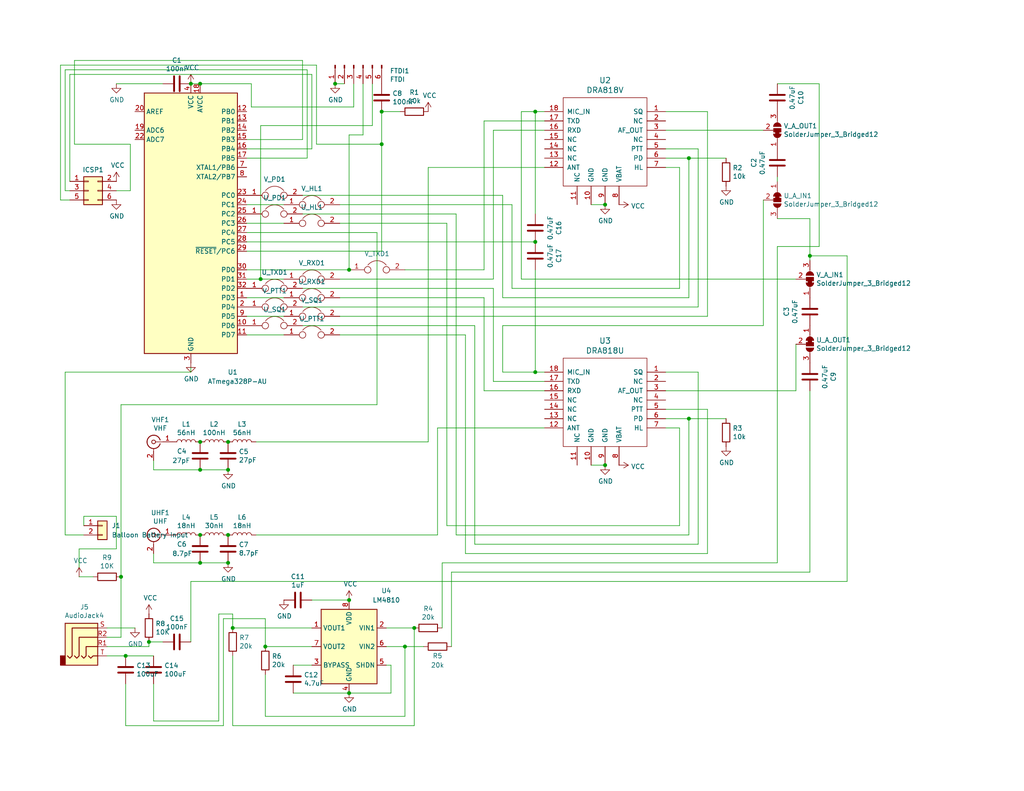
<source format=kicad_sch>
(kicad_sch (version 20250114) (generator "eeschema") (generator_version "9.0")
  (paper "USLetter")
  (lib_symbols
    (symbol "Amplifier_Audio:LM4810"
      (property "Reference" "U" (at -6.35 11.43 0))
      (property "Value" "LM4810" (at 5.08 11.43 0))
      (symbol "LM4810_0_1"
        (rectangle (start -7.62 10.16) (end 7.62 -10.16) (stroke (width 0.254)) (fill (type background)))
      )
      (symbol "LM4810_1_1"
        (pin input line (at -10.16 5.08 0) (length 2.54) (name "VIN1") (number "2"))
        (pin input line (at -10.16 0 0) (length 2.54) (name "VIN2") (number "6"))
        (pin input line (at -10.16 -5.08 0) (length 2.54) (name "SHDN") (number "5"))
        (pin power_in line (at 0 12.7 270) (length 2.54) (name "VDD") (number "8"))
        (pin power_in line (at 0 -12.7 90) (length 2.54) (name "GND") (number "4"))
        (pin output line (at 10.16 5.08 180) (length 2.54) (name "VOUT1") (number "1"))
        (pin output line (at 10.16 0 180) (length 2.54) (name "VOUT2") (number "7"))
        (pin passive line (at 10.16 -5.08 180) (length 2.54) (name "BYPASS") (number "3"))
      )
    )
    (symbol "Connector:AudioJack4"
      (property "Reference" "J" (at 0 8.89 0))
      (property "Value" "Connector_AudioJack4" (at 0 6.35 0))
      (symbol "AudioJack4_0_1"
        (rectangle (start -6.35 -5.08) (end -7.62 -7.62) (stroke (width 0.254)) (fill (type outline)))
        (polyline (pts (xy -5.715 -5.08) (xy -5.08 -5.715) (xy -4.445 -5.08) (xy -4.445 2.54) (xy 2.54 2.54)) (stroke (width 0.254)))
        (polyline (pts (xy -1.905 -5.08) (xy -1.27 -5.715) (xy -0.635 -5.08) (xy -0.635 -2.54) (xy 2.54 -2.54)) (stroke (width 0.254)))
        (polyline (pts (xy 0 -5.08) (xy 0.635 -5.715) (xy 1.27 -5.08) (xy 2.54 -5.08)) (stroke (width 0.254)))
        (rectangle (start 2.54 3.81) (end -6.35 -7.62) (stroke (width 0.254)) (fill (type background)))
        (polyline (pts (xy 2.54 0) (xy -2.54 0) (xy -2.54 -5.08) (xy -3.175 -5.715) (xy -3.81 -5.08)) (stroke (width 0.254)))
      )
      (symbol "AudioJack4_1_1"
        (pin passive line (at 5.08 2.54 180) (length 2.54) (name "~") (number "S"))
        (pin passive line (at 5.08 0 180) (length 2.54) (name "~") (number "R2"))
        (pin passive line (at 5.08 -2.54 180) (length 2.54) (name "~") (number "R1"))
        (pin passive line (at 5.08 -5.08 180) (length 2.54) (name "~") (number "T"))
      )
    )
    (symbol "Connector:Conn_01x06_Male" (pin_names (offset 1.016) (hide yes))
      (property "Reference" "J" (at 0 7.62 0))
      (property "Value" "Connector_Conn_01x06_Male" (at 0 -10.16 0))
      (symbol "Conn_01x06_Male_1_1"
        (rectangle (start 0.8636 5.207) (end 0 4.953) (stroke (width 0.1524)) (fill (type outline)))
        (rectangle (start 0.8636 2.667) (end 0 2.413) (stroke (width 0.1524)) (fill (type outline)))
        (rectangle (start 0.8636 0.127) (end 0 -0.127) (stroke (width 0.1524)) (fill (type outline)))
        (rectangle (start 0.8636 -2.413) (end 0 -2.667) (stroke (width 0.1524)) (fill (type outline)))
        (rectangle (start 0.8636 -4.953) (end 0 -5.207) (stroke (width 0.1524)) (fill (type outline)))
        (rectangle (start 0.8636 -7.493) (end 0 -7.747) (stroke (width 0.1524)) (fill (type outline)))
        (polyline (pts (xy 1.27 5.08) (xy 0.8636 5.08)) (stroke (width 0.1524)))
        (polyline (pts (xy 1.27 2.54) (xy 0.8636 2.54)) (stroke (width 0.1524)))
        (polyline (pts (xy 1.27 0) (xy 0.8636 0)) (stroke (width 0.1524)))
        (polyline (pts (xy 1.27 -2.54) (xy 0.8636 -2.54)) (stroke (width 0.1524)))
        (polyline (pts (xy 1.27 -5.08) (xy 0.8636 -5.08)) (stroke (width 0.1524)))
        (polyline (pts (xy 1.27 -7.62) (xy 0.8636 -7.62)) (stroke (width 0.1524)))
        (pin passive line (at 5.08 5.08 180) (length 3.81) (name "Pin_1") (number "1"))
        (pin passive line (at 5.08 2.54 180) (length 3.81) (name "Pin_2") (number "2"))
        (pin passive line (at 5.08 0 180) (length 3.81) (name "Pin_3") (number "3"))
        (pin passive line (at 5.08 -2.54 180) (length 3.81) (name "Pin_4") (number "4"))
        (pin passive line (at 5.08 -5.08 180) (length 3.81) (name "Pin_5") (number "5"))
        (pin passive line (at 5.08 -7.62 180) (length 3.81) (name "Pin_6") (number "6"))
      )
    )
    (symbol "Connector:Conn_Coaxial" (pin_names (offset 1.016) (hide yes))
      (property "Reference" "J" (at 0.254 3.048 0))
      (property "Value" "Conn_Coaxial" (at 2.921 0 90))
      (symbol "Conn_Coaxial_0_1"
        (polyline (pts (xy -2.54 0) (xy -0.508 0)))
        (arc (start 1.778 0) (mid 0.222 -1.8079) (end -1.778 -0.508) (stroke (width 0.254)))
        (arc (start -1.778 0.508) (mid 0.2221 1.8084) (end 1.778 0) (stroke (width 0.254)))
        (circle (center 0 0) (radius 0.508) (stroke (width 0.2032)))
        (polyline (pts (xy 0 -2.54) (xy 0 -1.778)))
      )
      (symbol "Conn_Coaxial_1_1"
        (pin passive line (at -5.08 0 0) (length 2.54) (name "In") (number "1"))
        (pin passive line (at 0 -5.08 90) (length 2.54) (name "Ext") (number "2"))
      )
    )
    (symbol "Connector_Generic:Conn_01x02" (pin_names (offset 1.016) (hide yes))
      (property "Reference" "J" (at 0 2.54 0))
      (property "Value" "Conn_01x02" (at 0 -5.08 0))
      (symbol "Conn_01x02_1_1"
        (rectangle (start -1.27 1.27) (end 1.27 -3.81) (stroke (width 0.254)) (fill (type background)))
        (rectangle (start -1.27 0.127) (end 0 -0.127) (stroke (width 0.1524)))
        (rectangle (start -1.27 -2.413) (end 0 -2.667) (stroke (width 0.1524)))
        (pin passive line (at -5.08 0 0) (length 3.81) (name "Pin_1") (number "1"))
        (pin passive line (at -5.08 -2.54 0) (length 3.81) (name "Pin_2") (number "2"))
      )
    )
    (symbol "Connector_Generic:Conn_02x03_Odd_Even" (pin_names (offset 1.016) (hide yes))
      (property "Reference" "J" (at 1.27 5.08 0))
      (property "Value" "Conn_02x03_Odd_Even" (at 1.27 -5.08 0))
      (symbol "Conn_02x03_Odd_Even_1_1"
        (rectangle (start -1.27 3.81) (end 3.81 -3.81) (stroke (width 0.254)) (fill (type background)))
        (rectangle (start -1.27 2.667) (end 0 2.413) (stroke (width 0.1524)))
        (rectangle (start -1.27 0.127) (end 0 -0.127) (stroke (width 0.1524)))
        (rectangle (start -1.27 -2.413) (end 0 -2.667) (stroke (width 0.1524)))
        (rectangle (start 3.81 2.667) (end 2.54 2.413) (stroke (width 0.1524)))
        (rectangle (start 3.81 0.127) (end 2.54 -0.127) (stroke (width 0.1524)))
        (rectangle (start 3.81 -2.413) (end 2.54 -2.667) (stroke (width 0.1524)))
        (pin passive line (at -5.08 2.54 0) (length 3.81) (name "Pin_1") (number "1"))
        (pin passive line (at -5.08 0 0) (length 3.81) (name "Pin_3") (number "3"))
        (pin passive line (at -5.08 -2.54 0) (length 3.81) (name "Pin_5") (number "5"))
        (pin passive line (at 7.62 2.54 180) (length 3.81) (name "Pin_2") (number "2"))
        (pin passive line (at 7.62 0 180) (length 3.81) (name "Pin_4") (number "4"))
        (pin passive line (at 7.62 -2.54 180) (length 3.81) (name "Pin_6") (number "6"))
      )
    )
    (symbol "Device:C" (pin_numbers (hide yes)) (pin_names (offset 0.254))
      (property "Reference" "C" (at 0.635 2.54 0))
      (property "Value" "C" (at 0.635 -2.54 0))
      (symbol "C_0_1"
        (polyline (pts (xy -2.032 0.762) (xy 2.032 0.762)) (stroke (width 0.508)))
        (polyline (pts (xy -2.032 -0.762) (xy 2.032 -0.762)) (stroke (width 0.508)))
      )
      (symbol "C_1_1"
        (pin passive line (at 0 3.81 270) (length 2.794) (name "~") (number "1"))
        (pin passive line (at 0 -3.81 90) (length 2.794) (name "~") (number "2"))
      )
    )
    (symbol "Device:Jumper" (pin_names (offset 0.762) (hide yes))
      (property "Reference" "JP" (at 0 3.81 0))
      (property "Value" "Device_Jumper" (at 0 -2.032 0))
      (symbol "Jumper_0_1"
        (circle (center -2.54 0) (radius 0.889))
        (arc (start -2.4892 1.27) (mid 0.0077 2.4896) (end 2.5146 1.27))
        (circle (center 2.54 0) (radius 0.889))
        (pin passive line (at -7.62 0 0) (length 4.191) (name "1") (number "1"))
        (pin passive line (at 7.62 0 180) (length 4.191) (name "2") (number "2"))
      )
    )
    (symbol "Device:L" (pin_numbers (hide yes)) (pin_names (offset 1.016) (hide yes))
      (property "Reference" "L" (at -1.27 0 90))
      (property "Value" "L" (at 1.905 0 90))
      (symbol "L_0_1"
        (arc (start 0 2.54) (mid 0.6323 1.905) (end 0 1.27))
        (arc (start 0 1.27) (mid 0.6323 0.635) (end 0 0))
        (arc (start 0 0) (mid 0.6323 -0.635) (end 0 -1.27))
        (arc (start 0 -1.27) (mid 0.6323 -1.905) (end 0 -2.54))
      )
      (symbol "L_1_1"
        (pin passive line (at 0 3.81 270) (length 1.27) (name "1") (number "1"))
        (pin passive line (at 0 -3.81 90) (length 1.27) (name "2") (number "2"))
      )
    )
    (symbol "Device:R" (pin_numbers (hide yes)) (pin_names (offset 0))
      (property "Reference" "R" (at 2.032 0 90))
      (property "Value" "R" (at 0 0 90))
      (symbol "R_0_1"
        (rectangle (start -1.016 -2.54) (end 1.016 2.54) (stroke (width 0.254)))
      )
      (symbol "R_1_1"
        (pin passive line (at 0 3.81 270) (length 1.27) (name "~") (number "1"))
        (pin passive line (at 0 -3.81 90) (length 1.27) (name "~") (number "2"))
      )
    )
    (symbol "Jumper:SolderJumper_3_Bridged12" (pin_names (offset 0) (hide yes)) (in_bom no)
      (property "Reference" "JP" (at -2.54 -2.54 0))
      (property "Value" "SolderJumper_3_Bridged12" (at 0 2.794 0))
      (symbol "SolderJumper_3_Bridged12_0_1"
        (polyline (pts (xy -2.54 0) (xy -2.032 0)))
        (polyline (pts (xy -1.016 1.016) (xy -1.016 -1.016)))
        (rectangle (start -1.016 0.508) (end -0.508 -0.508) (fill (type outline)))
        (arc (start -1.016 -1.016) (mid -2.0276 0) (end -1.016 1.016))
        (arc (start -1.016 -1.016) (mid -2.0276 0) (end -1.016 1.016) (fill (type outline)))
        (rectangle (start -0.508 1.016) (end 0.508 -1.016) (fill (type outline)))
        (polyline (pts (xy 0 -1.27) (xy 0 -1.016)))
        (arc (start 1.016 1.016) (mid 2.0276 0) (end 1.016 -1.016))
        (arc (start 1.016 1.016) (mid 2.0276 0) (end 1.016 -1.016) (fill (type outline)))
        (polyline (pts (xy 1.016 1.016) (xy 1.016 -1.016)))
        (polyline (pts (xy 2.54 0) (xy 2.032 0)))
      )
      (symbol "SolderJumper_3_Bridged12_1_1"
        (pin passive line (at -5.08 0 0) (length 2.54) (name "A") (number "1"))
        (pin passive line (at 0 -3.81 90) (length 2.54) (name "C") (number "2"))
        (pin passive line (at 5.08 0 180) (length 2.54) (name "B") (number "3"))
      )
    )
    (symbol "MCU_Microchip_ATmega:ATmega328P-AU"
      (property "Reference" "U" (at -12.7 36.83 0))
      (property "Value" "MCU_Microchip_ATmega_ATmega328P-AU" (at 2.54 -36.83 0))
      (symbol "ATmega328P-AU_0_1"
        (rectangle (start -12.7 -35.56) (end 12.7 35.56) (stroke (width 0.254)) (fill (type background)))
      )
      (symbol "ATmega328P-AU_1_1"
        (pin passive line (at -15.24 30.48 0) (length 2.54) (name "AREF") (number "20"))
        (pin input line (at -15.24 25.4 0) (length 2.54) (name "ADC6") (number "19"))
        (pin input line (at -15.24 22.86 0) (length 2.54) (name "ADC7") (number "22"))
        (pin power_in line (at 0 38.1 270) (length 2.54) (name "VCC") (number "4"))
        (pin passive line (at 0 38.1 270) (length 2.54) (hide yes) (name "VCC") (number "6"))
        (pin passive line (at 0 -38.1 90) (length 2.54) (hide yes) (name "GND") (number "21"))
        (pin power_in line (at 0 -38.1 90) (length 2.54) (name "GND") (number "3"))
        (pin passive line (at 0 -38.1 90) (length 2.54) (hide yes) (name "GND") (number "5"))
        (pin power_in line (at 2.54 38.1 270) (length 2.54) (name "AVCC") (number "18"))
        (pin bidirectional line (at 15.24 30.48 180) (length 2.54) (name "PB0") (number "12"))
        (pin bidirectional line (at 15.24 27.94 180) (length 2.54) (name "PB1") (number "13"))
        (pin bidirectional line (at 15.24 25.4 180) (length 2.54) (name "PB2") (number "14"))
        (pin bidirectional line (at 15.24 22.86 180) (length 2.54) (name "PB3") (number "15"))
        (pin bidirectional line (at 15.24 20.32 180) (length 2.54) (name "PB4") (number "16"))
        (pin bidirectional line (at 15.24 17.78 180) (length 2.54) (name "PB5") (number "17"))
        (pin bidirectional line (at 15.24 15.24 180) (length 2.54) (name "XTAL1/PB6") (number "7"))
        (pin bidirectional line (at 15.24 12.7 180) (length 2.54) (name "XTAL2/PB7") (number "8"))
        (pin bidirectional line (at 15.24 7.62 180) (length 2.54) (name "PC0") (number "23"))
        (pin bidirectional line (at 15.24 5.08 180) (length 2.54) (name "PC1") (number "24"))
        (pin bidirectional line (at 15.24 2.54 180) (length 2.54) (name "PC2") (number "25"))
        (pin bidirectional line (at 15.24 0 180) (length 2.54) (name "PC3") (number "26"))
        (pin bidirectional line (at 15.24 -2.54 180) (length 2.54) (name "PC4") (number "27"))
        (pin bidirectional line (at 15.24 -5.08 180) (length 2.54) (name "PC5") (number "28"))
        (pin bidirectional line (at 15.24 -7.62 180) (length 2.54) (name "~{RESET}/PC6") (number "29"))
        (pin bidirectional line (at 15.24 -12.7 180) (length 2.54) (name "PD0") (number "30"))
        (pin bidirectional line (at 15.24 -15.24 180) (length 2.54) (name "PD1") (number "31"))
        (pin bidirectional line (at 15.24 -17.78 180) (length 2.54) (name "PD2") (number "32"))
        (pin bidirectional line (at 15.24 -20.32 180) (length 2.54) (name "PD3") (number "1"))
        (pin bidirectional line (at 15.24 -22.86 180) (length 2.54) (name "PD4") (number "2"))
        (pin bidirectional line (at 15.24 -25.4 180) (length 2.54) (name "PD5") (number "9"))
        (pin bidirectional line (at 15.24 -27.94 180) (length 2.54) (name "PD6") (number "10"))
        (pin bidirectional line (at 15.24 -30.48 180) (length 2.54) (name "PD7") (number "11"))
      )
    )
    (symbol "dra818u:DRA818U" (pin_names (offset 1.016))
      (property "Reference" "U" (at 17.78 -2.54 0))
      (property "Value" "dra818u_DRA818U" (at 11.43 26.67 0))
      (symbol "DRA818U_0_1"
        (rectangle (start 0 0) (end 22.86 24.13))
      )
      (symbol "DRA818U_1_1"
        (pin input line (at -5.08 20.32 0) (length 5.08) (name "MIC_IN") (number "18"))
        (pin bidirectional line (at -5.08 17.78 0) (length 5.08) (name "TXD") (number "17"))
        (pin bidirectional line (at -5.08 15.24 0) (length 5.08) (name "RXD") (number "16"))
        (pin bidirectional line (at -5.08 12.7 0) (length 5.08) (name "NC") (number "15"))
        (pin bidirectional line (at -5.08 10.16 0) (length 5.08) (name "NC") (number "14"))
        (pin bidirectional line (at -5.08 7.62 0) (length 5.08) (name "NC") (number "13"))
        (pin output line (at -5.08 5.08 0) (length 5.08) (name "ANT") (number "12"))
        (pin bidirectional line (at 3.81 -5.08 90) (length 5.08) (name "NC") (number "11"))
        (pin power_in line (at 7.62 -5.08 90) (length 5.08) (name "GND") (number "10"))
        (pin power_in line (at 11.43 -5.08 90) (length 5.08) (name "GND") (number "9"))
        (pin power_in line (at 15.24 -5.08 90) (length 5.08) (name "VBAT") (number "8"))
        (pin bidirectional line (at 27.94 20.32 180) (length 5.08) (name "SQ") (number "1"))
        (pin bidirectional line (at 27.94 17.78 180) (length 5.08) (name "NC") (number "2"))
        (pin bidirectional line (at 27.94 15.24 180) (length 5.08) (name "AF_OUT") (number "3"))
        (pin bidirectional line (at 27.94 12.7 180) (length 5.08) (name "NC") (number "4"))
        (pin bidirectional line (at 27.94 10.16 180) (length 5.08) (name "PTT") (number "5"))
        (pin bidirectional line (at 27.94 7.62 180) (length 5.08) (name "PD") (number "6"))
        (pin bidirectional line (at 27.94 5.08 180) (length 5.08) (name "HL") (number "7"))
      )
    )
    (symbol "power:GND" (power) (pin_numbers (hide yes)) (pin_names (offset 0) (hide yes))
      (property "Value" "GND" (at 0 -3.81 0))
      (symbol "GND_0_1"
        (polyline (pts (xy 0 0) (xy 0 -1.27) (xy 1.27 -1.27) (xy 0 -2.54) (xy -1.27 -1.27) (xy 0 -1.27)))
      )
      (symbol "GND_1_1"
        (pin power_in line (at 0 0 270) (length 0) (name "~") (number "1"))
      )
    )
    (symbol "power:VCC" (power) (pin_numbers (hide yes)) (pin_names (offset 0) (hide yes))
      (property "Value" "VCC" (at 0 3.556 0))
      (symbol "VCC_0_1"
        (polyline (pts (xy -0.762 1.27) (xy 0 2.54)))
        (polyline (pts (xy 0 2.54) (xy 0.762 1.27)))
        (polyline (pts (xy 0 0) (xy 0 2.54)))
      )
      (symbol "VCC_1_1"
        (pin power_in line (at 0 0 90) (length 0) (name "~") (number "1"))
      )
    )
  )
  (junction (at 33.02 157.48))
  (junction (at 54.61 153.67))
  (junction (at 54.61 22.86))
  (junction (at 104.14 30.48))
  (junction (at 95.25 163.83))
  (junction (at 104.14 39.37))
  (junction (at 146.05 66.04))
  (junction (at 110.49 176.53))
  (junction (at 187.96 114.3))
  (junction (at 71.12 76.2))
  (junction (at 95.25 189.23))
  (junction (at 34.29 179.07))
  (junction (at 95.25 73.66))
  (junction (at 146.05 30.48))
  (junction (at 54.61 146.05))
  (junction (at 54.61 120.65))
  (junction (at 62.23 128.27))
  (junction (at 54.61 128.27))
  (junction (at 52.07 22.86))
  (junction (at 62.23 120.65))
  (junction (at 146.05 101.6))
  (junction (at 40.64 175.26))
  (junction (at 165.1 55.88))
  (junction (at 220.98 69.85))
  (junction (at 91.44 22.86))
  (junction (at 62.23 153.67))
  (junction (at 72.39 176.53))
  (junction (at 165.1 127))
  (junction (at 113.03 171.45))
  (junction (at 63.5 171.45))
  (junction (at 62.23 146.05))
  (junction (at 187.96 43.18))
  (wire (pts (xy 68.58 29.21) (xy 96.52 29.21)))
  (wire (pts (xy 193.04 30.48) (xy 193.04 86.36)))
  (wire (pts (xy 34.29 198.12) (xy 60.96 198.12)))
  (wire (pts (xy 67.31 91.44) (xy 77.47 91.44)))
  (wire (pts (xy 41.91 128.27) (xy 54.61 128.27)))
  (wire (pts (xy 60.96 168.91) (xy 72.39 168.91)))
  (wire (pts (xy 92.71 81.28) (xy 132.08 81.28)))
  (wire (pts (xy 59.69 167.64) (xy 63.5 167.64)))
  (wire (pts (xy 29.21 173.99) (xy 33.02 173.99)))
  (wire (pts (xy 212.09 67.31) (xy 212.09 153.67)))
  (wire (pts (xy 181.61 35.56) (xy 208.28 35.56)))
  (wire (pts (xy 185.42 116.84) (xy 185.42 143.51)))
  (wire (pts (xy 71.12 34.29) (xy 71.12 76.2)))
  (wire (pts (xy 67.31 81.28) (xy 77.47 81.28)))
  (wire (pts (xy 99.06 22.86) (xy 99.06 36.83)))
  (wire (pts (xy 85.09 181.61) (xy 80.01 181.61)))
  (wire (pts (xy 181.61 111.76) (xy 193.04 111.76)))
  (wire (pts (xy 82.55 53.34) (xy 137.16 53.34)))
  (wire (pts (xy 181.61 114.3) (xy 187.96 114.3)))
  (wire (pts (xy 20.32 39.37) (xy 20.32 16.51)))
  (wire (pts (xy 67.31 55.88) (xy 77.47 55.88)))
  (wire (pts (xy 109.22 30.48) (xy 104.14 30.48)))
  (wire (pts (xy 139.7 78.74) (xy 139.7 55.88)))
  (wire (pts (xy 33.02 173.99) (xy 33.02 157.48)))
  (wire (pts (xy 190.5 40.64) (xy 190.5 83.82)))
  (wire (pts (xy 124.46 146.05) (xy 124.46 58.42)))
  (wire (pts (xy 36.83 171.45) (xy 29.21 171.45)))
  (wire (pts (xy 31.75 52.07) (xy 35.56 52.07)))
  (wire (pts (xy 82.55 78.74) (xy 134.62 78.74)))
  (wire (pts (xy 83.82 43.18) (xy 67.31 43.18)))
  (wire (pts (xy 119.38 116.84) (xy 119.38 146.05)))
  (wire (pts (xy 110.49 73.66) (xy 132.08 73.66)))
  (wire (pts (xy 132.08 33.02) (xy 148.59 33.02)))
  (wire (pts (xy 119.38 146.05) (xy 69.85 146.05)))
  (wire (pts (xy 116.84 45.72) (xy 116.84 120.65)))
  (wire (pts (xy 127 151.13) (xy 127 91.44)))
  (wire (pts (xy 63.5 167.64) (xy 63.5 171.45)))
  (wire (pts (xy 92.71 60.96) (xy 121.92 60.96)))
  (wire (pts (xy 86.36 39.37) (xy 104.14 39.37)))
  (wire (pts (xy 104.14 30.48) (xy 104.14 39.37)))
  (wire (pts (xy 16.51 54.61) (xy 16.51 17.78)))
  (wire (pts (xy 212.09 67.31) (xy 223.52 67.31)))
  (wire (pts (xy 54.61 22.86) (xy 68.58 22.86)))
  (wire (pts (xy 67.31 66.04) (xy 146.05 66.04)))
  (wire (pts (xy 82.55 83.82) (xy 190.5 83.82)))
  (wire (pts (xy 223.52 67.31) (xy 223.52 22.86)))
  (wire (pts (xy 85.09 20.32) (xy 85.09 40.64)))
  (wire (pts (xy 41.91 125.73) (xy 41.91 128.27)))
  (wire (pts (xy 187.96 146.05) (xy 124.46 146.05)))
  (wire (pts (xy 41.91 186.69) (xy 41.91 196.85)))
  (wire (pts (xy 95.25 73.66) (xy 95.25 36.83)))
  (wire (pts (xy 220.98 156.21) (xy 123.19 156.21)))
  (wire (pts (xy 35.56 52.07) (xy 35.56 39.37)))
  (wire (pts (xy 31.75 149.86) (xy 31.75 140.97)))
  (wire (pts (xy 106.68 181.61) (xy 105.41 181.61)))
  (wire (pts (xy 212.09 59.69) (xy 220.98 59.69)))
  (wire (pts (xy 134.62 76.2) (xy 92.71 76.2)))
  (wire (pts (xy 148.59 45.72) (xy 116.84 45.72)))
  (wire (pts (xy 60.96 198.12) (xy 60.96 168.91)))
  (wire (pts (xy 187.96 114.3) (xy 187.96 146.05)))
  (wire (pts (xy 121.92 143.51) (xy 121.92 60.96)))
  (wire (pts (xy 193.04 111.76) (xy 193.04 151.13)))
  (wire (pts (xy 137.16 88.9) (xy 208.28 88.9)))
  (wire (pts (xy 72.39 195.58) (xy 110.49 195.58)))
  (wire (pts (xy 134.62 104.14) (xy 148.59 104.14)))
  (wire (pts (xy 72.39 184.15) (xy 72.39 195.58)))
  (wire (pts (xy 231.14 158.75) (xy 231.14 69.85)))
  (wire (pts (xy 17.78 146.05) (xy 22.86 146.05)))
  (wire (pts (xy 208.28 54.61) (xy 208.28 88.9)))
  (wire (pts (xy 110.49 195.58) (xy 110.49 176.53)))
  (wire (pts (xy 187.96 43.18) (xy 187.96 81.28)))
  (wire (pts (xy 72.39 168.91) (xy 72.39 176.53)))
  (wire (pts (xy 92.71 91.44) (xy 127 91.44)))
  (wire (pts (xy 95.25 36.83) (xy 99.06 36.83)))
  (wire (pts (xy 71.12 76.2) (xy 67.31 76.2)))
  (wire (pts (xy 137.16 101.6) (xy 146.05 101.6)))
  (wire (pts (xy 20.32 16.51) (xy 82.55 16.51)))
  (wire (pts (xy 132.08 106.68) (xy 148.59 106.68)))
  (wire (pts (xy 101.6 34.29) (xy 101.6 22.86)))
  (wire (pts (xy 85.09 171.45) (xy 63.5 171.45)))
  (wire (pts (xy 93.98 22.86) (xy 91.44 22.86)))
  (wire (pts (xy 181.61 40.64) (xy 190.5 40.64)))
  (wire (pts (xy 181.61 30.48) (xy 193.04 30.48)))
  (wire (pts (xy 102.87 63.5) (xy 102.87 110.49)))
  (wire (pts (xy 187.96 81.28) (xy 137.16 81.28)))
  (wire (pts (xy 185.42 45.72) (xy 185.42 78.74)))
  (wire (pts (xy 41.91 196.85) (xy 59.69 196.85)))
  (wire (pts (xy 190.5 148.59) (xy 129.54 148.59)))
  (wire (pts (xy 106.68 189.23) (xy 95.25 189.23)))
  (wire (pts (xy 92.71 86.36) (xy 193.04 86.36)))
  (wire (pts (xy 85.09 40.64) (xy 67.31 40.64)))
  (wire (pts (xy 193.04 151.13) (xy 127 151.13)))
  (wire (pts (xy 52.07 101.6) (xy 17.78 101.6)))
  (wire (pts (xy 217.17 93.98) (xy 217.17 106.68)))
  (wire (pts (xy 40.64 176.53) (xy 29.21 176.53)))
  (wire (pts (xy 82.55 16.51) (xy 82.55 38.1)))
  (wire (pts (xy 96.52 29.21) (xy 96.52 22.86)))
  (wire (pts (xy 63.5 179.07) (xy 63.5 198.12)))
  (wire (pts (xy 190.5 101.6) (xy 190.5 148.59)))
  (wire (pts (xy 181.61 106.68) (xy 217.17 106.68)))
  (wire (pts (xy 142.24 76.2) (xy 217.17 76.2)))
  (wire (pts (xy 231.14 69.85) (xy 220.98 69.85)))
  (wire (pts (xy 134.62 35.56) (xy 148.59 35.56)))
  (wire (pts (xy 41.91 153.67) (xy 54.61 153.67)))
  (wire (pts (xy 83.82 19.05) (xy 83.82 43.18)))
  (wire (pts (xy 185.42 78.74) (xy 139.7 78.74)))
  (wire (pts (xy 59.69 196.85) (xy 59.69 167.64)))
  (wire (pts (xy 21.59 157.48) (xy 25.4 157.48)))
  (wire (pts (xy 220.98 69.85) (xy 220.98 71.12)))
  (wire (pts (xy 185.42 143.51) (xy 121.92 143.51)))
  (wire (pts (xy 40.64 175.26) (xy 40.64 176.53)))
  (wire (pts (xy 17.78 52.07) (xy 17.78 19.05)))
  (wire (pts (xy 123.19 156.21) (xy 123.19 176.53)))
  (wire (pts (xy 31.75 140.97) (xy 22.86 140.97)))
  (wire (pts (xy 198.12 114.3) (xy 187.96 114.3)))
  (wire (pts (xy 52.07 22.86) (xy 54.61 22.86)))
  (wire (pts (xy 146.05 30.48) (xy 148.59 30.48)))
  (wire (pts (xy 146.05 58.42) (xy 146.05 30.48)))
  (wire (pts (xy 85.09 176.53) (xy 72.39 176.53)))
  (wire (pts (xy 165.1 55.88) (xy 161.29 55.88)))
  (wire (pts (xy 146.05 73.66) (xy 146.05 101.6)))
  (wire (pts (xy 181.61 45.72) (xy 185.42 45.72)))
  (wire (pts (xy 52.07 158.75) (xy 231.14 158.75)))
  (wire (pts (xy 35.56 39.37) (xy 20.32 39.37)))
  (wire (pts (xy 82.55 58.42) (xy 124.46 58.42)))
  (wire (pts (xy 80.01 189.23) (xy 95.25 189.23)))
  (wire (pts (xy 181.61 101.6) (xy 190.5 101.6)))
  (wire (pts (xy 77.47 76.2) (xy 71.12 76.2)))
  (wire (pts (xy 102.87 110.49) (xy 33.02 110.49)))
  (wire (pts (xy 113.03 198.12) (xy 113.03 171.45)))
  (wire (pts (xy 223.52 22.86) (xy 212.09 22.86)))
  (wire (pts (xy 82.55 38.1) (xy 67.31 38.1)))
  (wire (pts (xy 181.61 116.84) (xy 185.42 116.84)))
  (wire (pts (xy 198.12 43.18) (xy 187.96 43.18)))
  (wire (pts (xy 31.75 22.86) (xy 44.45 22.86)))
  (wire (pts (xy 21.59 149.86) (xy 31.75 149.86)))
  (wire (pts (xy 220.98 59.69) (xy 220.98 69.85)))
  (wire (pts (xy 52.07 100.33) (xy 52.07 101.6)))
  (wire (pts (xy 120.65 153.67) (xy 120.65 171.45)))
  (wire (pts (xy 104.14 68.58) (xy 67.31 68.58)))
  (wire (pts (xy 181.61 43.18) (xy 187.96 43.18)))
  (wire (pts (xy 142.24 30.48) (xy 146.05 30.48)))
  (wire (pts (xy 86.36 17.78) (xy 86.36 39.37)))
  (wire (pts (xy 54.61 153.67) (xy 62.23 153.67)))
  (wire (pts (xy 52.07 175.26) (xy 52.07 158.75)))
  (wire (pts (xy 16.51 17.78) (xy 86.36 17.78)))
  (wire (pts (xy 92.71 55.88) (xy 139.7 55.88)))
  (wire (pts (xy 115.57 176.53) (xy 110.49 176.53)))
  (wire (pts (xy 34.29 186.69) (xy 34.29 198.12)))
  (wire (pts (xy 33.02 110.49) (xy 33.02 157.48)))
  (wire (pts (xy 220.98 106.68) (xy 220.98 156.21)))
  (wire (pts (xy 29.21 179.07) (xy 34.29 179.07)))
  (wire (pts (xy 19.05 52.07) (xy 17.78 52.07)))
  (wire (pts (xy 19.05 20.32) (xy 85.09 20.32)))
  (wire (pts (xy 67.31 86.36) (xy 77.47 86.36)))
  (wire (pts (xy 113.03 171.45) (xy 105.41 171.45)))
  (wire (pts (xy 71.12 34.29) (xy 101.6 34.29)))
  (wire (pts (xy 110.49 176.53) (xy 105.41 176.53)))
  (wire (pts (xy 22.86 140.97) (xy 22.86 143.51)))
  (wire (pts (xy 212.09 48.26) (xy 212.09 49.53)))
  (wire (pts (xy 67.31 63.5) (xy 102.87 63.5)))
  (wire (pts (xy 132.08 73.66) (xy 132.08 33.02)))
  (wire (pts (xy 148.59 116.84) (xy 119.38 116.84)))
  (wire (pts (xy 129.54 148.59) (xy 129.54 88.9)))
  (wire (pts (xy 68.58 22.86) (xy 68.58 29.21)))
  (wire (pts (xy 41.91 151.13) (xy 41.91 153.67)))
  (wire (pts (xy 212.09 153.67) (xy 120.65 153.67)))
  (wire (pts (xy 44.45 175.26) (xy 40.64 175.26)))
  (wire (pts (xy 104.14 39.37) (xy 104.14 68.58)))
  (wire (pts (xy 19.05 49.53) (xy 19.05 20.32)))
  (wire (pts (xy 137.16 81.28) (xy 137.16 53.34)))
  (wire (pts (xy 54.61 128.27) (xy 62.23 128.27)))
  (wire (pts (xy 21.59 154.94) (xy 21.59 149.86)))
  (wire (pts (xy 34.29 179.07) (xy 41.91 179.07)))
  (wire (pts (xy 67.31 60.96) (xy 77.47 60.96)))
  (wire (pts (xy 17.78 101.6) (xy 17.78 146.05)))
  (wire (pts (xy 106.68 181.61) (xy 106.68 189.23)))
  (wire (pts (xy 85.09 163.83) (xy 95.25 163.83)))
  (wire (pts (xy 132.08 81.28) (xy 132.08 106.68)))
  (wire (pts (xy 142.24 76.2) (xy 142.24 30.48)))
  (wire (pts (xy 63.5 198.12) (xy 113.03 198.12)))
  (wire (pts (xy 165.1 127) (xy 161.29 127)))
  (wire (pts (xy 137.16 88.9) (xy 137.16 101.6)))
  (wire (pts (xy 19.05 54.61) (xy 16.51 54.61)))
  (wire (pts (xy 116.84 120.65) (xy 69.85 120.65)))
  (wire (pts (xy 134.62 78.74) (xy 134.62 104.14)))
  (wire (pts (xy 67.31 73.66) (xy 95.25 73.66)))
  (wire (pts (xy 82.55 88.9) (xy 129.54 88.9)))
  (wire (pts (xy 134.62 76.2) (xy 134.62 35.56)))
  (wire (pts (xy 146.05 101.6) (xy 148.59 101.6)))
  (wire (pts (xy 17.78 19.05) (xy 83.82 19.05)))
  (symbol (lib_id "dra818u:DRA818U") (at 153.67 50.8 0) (unit 1)
    (property "Reference" "U2" (at 165.1 21.9202 0) (effects (font (size 1.524 1.524))))
    (property "Value" "DRA818V" (at 165.1 24.6126 0) (effects (font (size 1.524 1.524))))
    (property "Footprint" "DRA818U_AND_V_Kicad-master:DRA818" (effects (hide yes)))
  )
  (symbol (lib_id "dra818u:DRA818U") (at 153.67 121.92 0) (unit 1)
    (property "Reference" "U3" (at 165.1 93.0402 0) (effects (font (size 1.524 1.524))))
    (property "Value" "DRA818U" (at 165.1 95.7326 0) (effects (font (size 1.524 1.524))))
    (property "Footprint" "DRA818U_AND_V_Kicad-master:DRA818" (effects (hide yes)))
  )
  (symbol (lib_id "MCU_Microchip_ATmega:ATmega328P-AU") (at 52.07 60.96 0) (unit 1)
    (property "Reference" "U1" (at 63.5 101.6 0))
    (property "Value" "ATmega328P-AU" (at 64.77 104.14 0))
    (property "Footprint" "Package_QFP:TQFP-32_7x7mm_P0.8mm" (effects (hide yes)))
    (property "Datasheet" "http://ww1.microchip.com/downloads/en/DeviceDoc/ATmega328_P%20AVR%20MCU%20with%20picoPower%20Technology%20Data%20Sheet%2040001984A.pdf" (effects (hide yes)))
  )
  (symbol (lib_id "power:GND") (at 165.1 55.88 0) (unit 1)
    (property "Reference" "#PWR0101" (effects (hide yes)))
    (property "Value" "GND" (at 165.227 60.2742 0))
  )
  (symbol (lib_id "power:GND") (at 165.1 127 0) (unit 1)
    (property "Reference" "#PWR0102" (effects (hide yes)))
    (property "Value" "GND" (at 165.227 131.3942 0))
  )
  (symbol (lib_id "power:GND") (at 52.07 99.06 0) (unit 1)
    (property "Reference" "#PWR0103" (effects (hide yes)))
    (property "Value" "GND" (at 52.197 103.4542 0))
  )
  (symbol (lib_id "Device:C") (at 212.09 44.45 0) (unit 1)
    (property "Reference" "C2" (at 205.6892 44.45 90))
    (property "Value" "0.47uF" (at 208.0006 44.45 90))
    (property "Footprint" "Capacitor_SMD:C_0603_1608Metric" (effects (hide yes)))
  )
  (symbol (lib_id "Device:C") (at 220.98 85.09 0) (unit 1)
    (property "Reference" "C3" (at 214.5792 85.09 90))
    (property "Value" "0.47uF" (at 216.8906 85.09 90))
    (property "Footprint" "Capacitor_SMD:C_0603_1608Metric" (effects (hide yes)))
  )
  (symbol (lib_id "Device:L") (at 50.8 120.65 90) (unit 1)
    (property "Reference" "L1" (at 50.8 115.824 90))
    (property "Value" "56nH" (at 50.8 118.1354 90))
    (property "Footprint" "Inductor_SMD:L_0603_1608Metric" (effects (hide yes)))
  )
  (symbol (lib_id "Device:L") (at 58.42 120.65 90) (unit 1)
    (property "Reference" "L2" (at 58.42 115.824 90))
    (property "Value" "100nH" (at 58.42 118.1354 90))
    (property "Footprint" "Inductor_SMD:L_0603_1608Metric" (effects (hide yes)))
  )
  (symbol (lib_id "Device:L") (at 66.04 120.65 90) (unit 1)
    (property "Reference" "L3" (at 66.04 115.824 90))
    (property "Value" "56nH" (at 66.04 118.1354 90))
    (property "Footprint" "Inductor_SMD:L_0603_1608Metric" (effects (hide yes)))
  )
  (symbol (lib_id "Device:C") (at 54.61 124.46 0) (unit 1)
    (property "Reference" "C4" (at 48.26 123.19 0) (effects (justify left)))
    (property "Value" "27pF" (at 46.99 125.73 0) (effects (justify left)))
    (property "Footprint" "Capacitor_SMD:C_0603_1608Metric" (effects (hide yes)))
  )
  (symbol (lib_id "Device:C") (at 62.23 124.46 0) (unit 1)
    (property "Reference" "C5" (at 65.151 123.2916 0) (effects (justify left)))
    (property "Value" "27pF" (at 65.151 125.603 0) (effects (justify left)))
    (property "Footprint" "Capacitor_SMD:C_0603_1608Metric" (effects (hide yes)))
  )
  (symbol (lib_id "Connector:Conn_Coaxial") (at 41.91 120.65 0) (mirror y) (unit 1)
    (property "Reference" "VHF1" (at 43.7388 114.6048 0))
    (property "Value" "VHF" (at 43.7388 116.9162 0))
    (property "Footprint" "Connector_Coaxial:U.FL_Molex_MCRF_73412-0110_Vertical" (effects (hide yes)))
  )
  (symbol (lib_id "power:GND") (at 62.23 128.27 0) (unit 1)
    (property "Reference" "#PWR0104" (effects (hide yes)))
    (property "Value" "GND" (at 62.357 132.6642 0))
  )
  (symbol (lib_id "Device:L") (at 50.8 146.05 90) (unit 1)
    (property "Reference" "L4" (at 50.8 141.224 90))
    (property "Value" "18nH" (at 50.8 143.5354 90))
    (property "Footprint" "Inductor_SMD:L_0603_1608Metric" (effects (hide yes)))
  )
  (symbol (lib_id "Device:L") (at 58.42 146.05 90) (unit 1)
    (property "Reference" "L5" (at 58.42 141.224 90))
    (property "Value" "30nH" (at 58.42 143.5354 90))
    (property "Footprint" "Inductor_SMD:L_0603_1608Metric" (effects (hide yes)))
  )
  (symbol (lib_id "Device:L") (at 66.04 146.05 90) (unit 1)
    (property "Reference" "L6" (at 66.04 141.224 90))
    (property "Value" "18nH" (at 66.04 143.5354 90))
    (property "Footprint" "Inductor_SMD:L_0603_1608Metric" (effects (hide yes)))
  )
  (symbol (lib_id "Device:C") (at 54.61 149.86 0) (unit 1)
    (property "Reference" "C6" (at 48.26 148.59 0) (effects (justify left)))
    (property "Value" "8.7pF" (at 46.99 151.13 0) (effects (justify left)))
    (property "Footprint" "Capacitor_SMD:C_0603_1608Metric" (effects (hide yes)))
  )
  (symbol (lib_id "Device:C") (at 62.23 149.86 0) (unit 1)
    (property "Reference" "C7" (at 65.151 148.6916 0) (effects (justify left)))
    (property "Value" "8.7pF" (at 65.151 151.003 0) (effects (justify left)))
    (property "Footprint" "Capacitor_SMD:C_0603_1608Metric" (effects (hide yes)))
  )
  (symbol (lib_id "Connector:Conn_Coaxial") (at 41.91 146.05 0) (mirror y) (unit 1)
    (property "Reference" "UHF1" (at 43.7388 140.0048 0))
    (property "Value" "UHF" (at 43.7388 142.3162 0))
    (property "Footprint" "Connector_Coaxial:U.FL_Molex_MCRF_73412-0110_Vertical" (effects (hide yes)))
  )
  (symbol (lib_id "power:GND") (at 62.23 153.67 0) (unit 1)
    (property "Reference" "#PWR0105" (effects (hide yes)))
    (property "Value" "GND" (at 62.357 158.0642 0))
  )
  (symbol (lib_id "Device:Jumper") (at 102.87 73.66 0) (unit 1)
    (property "Reference" "V_TXD1" (at 102.87 69.2658 0))
    (property "Value" "Jumper" (effects (hide yes)))
    (property "Footprint" "Jumper:SolderJumper-2_P1.3mm_Bridged_Pad1.0x1.5mm" (effects (hide yes)))
  )
  (symbol (lib_id "Device:Jumper") (at 85.09 76.2 0) (unit 1)
    (property "Reference" "V_RXD1" (at 85.09 71.8058 0))
    (property "Value" "Jumper" (effects (hide yes)))
    (property "Footprint" "Jumper:SolderJumper-2_P1.3mm_Bridged_Pad1.0x1.5mm" (effects (hide yes)))
  )
  (symbol (lib_id "Device:Jumper") (at 85.09 55.88 0) (unit 1)
    (property "Reference" "V_HL1" (at 85.09 51.4858 0))
    (property "Value" "Jumper" (effects (hide yes)))
    (property "Footprint" "Jumper:SolderJumper-2_P1.3mm_Bridged_Pad1.0x1.5mm" (effects (hide yes)))
  )
  (symbol (lib_id "Device:Jumper") (at 74.93 78.74 0) (unit 1)
    (property "Reference" "U_TXD1" (at 74.93 74.3458 0))
    (property "Value" "Jumper" (effects (hide yes)))
    (property "Footprint" "Jumper:SolderJumper-2_P1.3mm_Bridged_Pad1.0x1.5mm" (effects (hide yes)))
  )
  (symbol (lib_id "Device:Jumper") (at 74.93 58.42 0) (unit 1)
    (property "Reference" "U_PD1" (at 74.93 54.0258 0))
    (property "Value" "Jumper" (effects (hide yes)))
    (property "Footprint" "Jumper:SolderJumper-2_P1.3mm_Bridged_Pad1.0x1.5mm" (effects (hide yes)))
  )
  (symbol (lib_id "Device:Jumper") (at 74.93 83.82 0) (unit 1)
    (property "Reference" "V_PTT1" (at 74.93 79.4258 0))
    (property "Value" "Jumper" (effects (hide yes)))
    (property "Footprint" "Jumper:SolderJumper-2_P1.3mm_Bridged_Pad1.0x1.5mm" (effects (hide yes)))
  )
  (symbol (lib_id "Device:Jumper") (at 85.09 60.96 0) (unit 1)
    (property "Reference" "U_HL1" (at 85.09 56.5658 0))
    (property "Value" "Jumper" (effects (hide yes)))
    (property "Footprint" "Jumper:SolderJumper-2_P1.3mm_Bridged_Pad1.0x1.5mm" (effects (hide yes)))
  )
  (symbol (lib_id "Device:Jumper") (at 85.09 86.36 0) (unit 1)
    (property "Reference" "V_SQ1" (at 85.09 81.9658 0))
    (property "Value" "Jumper" (effects (hide yes)))
    (property "Footprint" "Jumper:SolderJumper-2_P1.3mm_Bridged_Pad1.0x1.5mm" (effects (hide yes)))
  )
  (symbol (lib_id "Device:Jumper") (at 74.93 88.9 0) (unit 1)
    (property "Reference" "U_SQ1" (at 74.93 84.5058 0))
    (property "Value" "Jumper" (effects (hide yes)))
    (property "Footprint" "Jumper:SolderJumper-2_P1.3mm_Bridged_Pad1.0x1.5mm" (effects (hide yes)))
  )
  (symbol (lib_id "Device:Jumper") (at 85.09 81.28 0) (unit 1)
    (property "Reference" "U_RXD1" (at 85.09 76.8858 0))
    (property "Value" "Jumper" (effects (hide yes)))
    (property "Footprint" "Jumper:SolderJumper-2_P1.3mm_Bridged_Pad1.0x1.5mm" (effects (hide yes)))
  )
  (symbol (lib_id "Device:Jumper") (at 85.09 91.44 0) (unit 1)
    (property "Reference" "U_PTT1" (at 85.09 87.0458 0))
    (property "Value" "Jumper" (effects (hide yes)))
    (property "Footprint" "Jumper:SolderJumper-2_P1.3mm_Bridged_Pad1.0x1.5mm" (effects (hide yes)))
  )
  (symbol (lib_id "Amplifier_Audio:LM4810") (at 95.25 176.53 0) (mirror y) (unit 1)
    (property "Reference" "U4" (at 105.41 161.29 0))
    (property "Value" "LM4810" (at 105.41 163.83 0))
    (property "Footprint" "Package_SO:TSSOP-8_3x3mm_P0.65mm" (effects (hide yes)))
    (property "Datasheet" "http://www.ti.com/lit/ds/symlink/lm4810.pdf" (effects (hide yes)))
  )
  (symbol (lib_id "power:GND") (at 95.25 189.23 0) (unit 1)
    (property "Reference" "#PWR0114" (effects (hide yes)))
    (property "Value" "GND" (at 95.377 193.6242 0))
  )
  (symbol (lib_id "Device:Jumper") (at 74.93 53.34 0) (unit 1)
    (property "Reference" "V_PD1" (at 74.93 48.9458 0))
    (property "Value" "Jumper" (effects (hide yes)))
    (property "Footprint" "Jumper:SolderJumper-2_P1.3mm_Bridged_Pad1.0x1.5mm" (effects (hide yes)))
  )
  (symbol (lib_id "power:VCC") (at 95.25 163.83 0) (unit 1)
    (property "Reference" "#PWR0115" (effects (hide yes)))
    (property "Value" "VCC" (at 95.631 159.4358 0))
  )
  (symbol (lib_id "Jumper:SolderJumper_3_Bridged12") (at 212.09 35.56 270) (mirror x) (unit 1)
    (property "Reference" "V_A_OUT1" (at 213.8172 34.3916 90) (effects (justify left)))
    (property "Value" "SolderJumper_3_Bridged12" (at 213.8172 36.703 90) (effects (justify left)))
    (property "Footprint" "Jumper:SolderJumper-3_P1.3mm_Bridged12_Pad1.0x1.5mm" (effects (hide yes)))
  )
  (symbol (lib_id "Jumper:SolderJumper_3_Bridged12") (at 220.98 93.98 270) (unit 1)
    (property "Reference" "U_A_OUT1" (at 222.7072 92.8116 90) (effects (justify left)))
    (property "Value" "SolderJumper_3_Bridged12" (at 222.7072 95.123 90) (effects (justify left)))
    (property "Footprint" "Jumper:SolderJumper-3_P1.3mm_Bridged12_Pad1.0x1.5mm" (effects (hide yes)))
  )
  (symbol (lib_id "Jumper:SolderJumper_3_Bridged12") (at 212.09 54.61 270) (unit 1)
    (property "Reference" "U_A_IN1" (at 213.8172 53.4416 90) (effects (justify left)))
    (property "Value" "SolderJumper_3_Bridged12" (at 213.8172 55.753 90) (effects (justify left)))
    (property "Footprint" "Jumper:SolderJumper-3_P1.3mm_Bridged12_Pad1.0x1.5mm" (effects (hide yes)))
  )
  (symbol (lib_id "Jumper:SolderJumper_3_Bridged12") (at 220.98 76.2 270) (mirror x) (unit 1)
    (property "Reference" "V_A_IN1" (at 222.7072 75.0316 90) (effects (justify left)))
    (property "Value" "SolderJumper_3_Bridged12" (at 222.7072 77.343 90) (effects (justify left)))
    (property "Footprint" "Jumper:SolderJumper-3_P1.3mm_Bridged12_Pad1.0x1.5mm" (effects (hide yes)))
  )
  (symbol (lib_id "Connector:Conn_01x06_Male") (at 96.52 17.78 90) (mirror x) (unit 1)
    (property "Reference" "FTDI1" (at 106.3752 19.3548 90) (effects (justify right)))
    (property "Value" "FTDI" (at 106.3752 21.6662 90) (effects (justify right)))
    (property "Footprint" "Connector_PinHeader_2.54mm:PinHeader_1x06_P2.54mm_Vertical" (effects (hide yes)))
  )
  (symbol (lib_id "power:GND") (at 91.44 22.86 0) (unit 1)
    (property "Reference" "#PWR0106" (effects (hide yes)))
    (property "Value" "GND" (at 91.567 27.2542 0))
  )
  (symbol (lib_id "Device:C") (at 104.14 26.67 0) (unit 1)
    (property "Reference" "C8" (at 107.061 25.5016 0) (effects (justify left)))
    (property "Value" "100nF" (at 107.061 27.813 0) (effects (justify left)))
    (property "Footprint" "Capacitor_SMD:C_0603_1608Metric" (effects (hide yes)))
  )
  (symbol (lib_id "Device:R") (at 113.03 30.48 270) (unit 1)
    (property "Reference" "R1" (at 113.03 25.2222 90))
    (property "Value" "10k" (at 113.03 27.5336 90))
    (property "Footprint" "Resistor_SMD:R_0603_1608Metric" (effects (hide yes)))
  )
  (symbol (lib_id "power:VCC") (at 116.84 30.48 0) (unit 1)
    (property "Reference" "#PWR0107" (effects (hide yes)))
    (property "Value" "VCC" (at 117.221 26.0858 0))
  )
  (symbol (lib_id "power:VCC") (at 52.07 22.86 0) (unit 1)
    (property "Reference" "#PWR0108" (effects (hide yes)))
    (property "Value" "VCC" (at 52.451 18.4658 0))
  )
  (symbol (lib_id "Device:R") (at 198.12 46.99 0) (unit 1)
    (property "Reference" "R2" (at 199.898 45.8216 0) (effects (justify left)))
    (property "Value" "10k" (at 199.898 48.133 0) (effects (justify left)))
    (property "Footprint" "Resistor_SMD:R_0603_1608Metric" (effects (hide yes)))
  )
  (symbol (lib_id "Device:R") (at 198.12 118.11 0) (unit 1)
    (property "Reference" "R3" (at 199.898 116.9416 0) (effects (justify left)))
    (property "Value" "10k" (at 199.898 119.253 0) (effects (justify left)))
    (property "Footprint" "Resistor_SMD:R_0603_1608Metric" (effects (hide yes)))
  )
  (symbol (lib_id "power:GND") (at 198.12 50.8 0) (unit 1)
    (property "Reference" "#PWR0109" (effects (hide yes)))
    (property "Value" "GND" (at 198.247 55.1942 0))
  )
  (symbol (lib_id "power:GND") (at 198.12 121.92 0) (unit 1)
    (property "Reference" "#PWR0110" (effects (hide yes)))
    (property "Value" "GND" (at 198.247 126.3142 0))
  )
  (symbol (lib_id "Device:C") (at 80.01 185.42 0) (unit 1)
    (property "Reference" "C12" (at 82.931 184.2516 0) (effects (justify left)))
    (property "Value" "4.7uF" (at 82.931 186.563 0) (effects (justify left)))
    (property "Footprint" "Resistor_SMD:R_0805_2012Metric" (effects (hide yes)))
  )
  (symbol (lib_id "Device:C") (at 81.28 163.83 270) (unit 1)
    (property "Reference" "C11" (at 81.28 157.4292 90))
    (property "Value" "1uF" (at 81.28 159.7406 90))
    (property "Footprint" "Capacitor_SMD:C_0603_1608Metric" (effects (hide yes)))
  )
  (symbol (lib_id "Device:R") (at 63.5 175.26 0) (unit 1)
    (property "Reference" "R7" (at 65.278 174.0916 0) (effects (justify left)))
    (property "Value" "20k" (at 65.278 176.403 0) (effects (justify left)))
    (property "Footprint" "Resistor_SMD:R_0603_1608Metric" (effects (hide yes)))
  )
  (symbol (lib_id "Device:R") (at 72.39 180.34 0) (unit 1)
    (property "Reference" "R6" (at 74.168 179.1716 0) (effects (justify left)))
    (property "Value" "20k" (at 74.168 181.483 0) (effects (justify left)))
    (property "Footprint" "Resistor_SMD:R_0603_1608Metric" (effects (hide yes)))
  )
  (symbol (lib_id "power:GND") (at 77.47 163.83 0) (unit 1)
    (property "Reference" "#PWR0116" (effects (hide yes)))
    (property "Value" "GND" (at 77.597 168.2242 0))
  )
  (symbol (lib_id "Device:R") (at 116.84 171.45 270) (unit 1)
    (property "Reference" "R4" (at 116.84 166.1922 90))
    (property "Value" "20k" (at 116.84 168.5036 90))
    (property "Footprint" "Resistor_SMD:R_0603_1608Metric" (effects (hide yes)))
  )
  (symbol (lib_id "Device:R") (at 119.38 176.53 90) (unit 1)
    (property "Reference" "R5" (at 119.38 179.07 90))
    (property "Value" "20k" (at 119.38 181.61 90))
    (property "Footprint" "Resistor_SMD:R_0603_1608Metric" (effects (hide yes)))
  )
  (symbol (lib_id "Device:C") (at 212.09 26.67 180) (unit 1)
    (property "Reference" "C10" (at 218.4908 26.67 90))
    (property "Value" "0.47uF" (at 216.1794 26.67 90))
    (property "Footprint" "Capacitor_SMD:C_0603_1608Metric" (effects (hide yes)))
  )
  (symbol (lib_id "Device:C") (at 220.98 102.87 180) (unit 1)
    (property "Reference" "C9" (at 227.3808 102.87 90))
    (property "Value" "0.47uF" (at 225.0694 102.87 90))
    (property "Footprint" "Capacitor_SMD:C_0603_1608Metric" (effects (hide yes)))
  )
  (symbol (lib_id "Connector_Generic:Conn_02x03_Odd_Even") (at 24.13 52.07 0) (unit 1)
    (property "Reference" "ICSP1" (at 25.4 46.355 0))
    (property "Value" "Conn_02x03_Odd_Even" (effects (hide yes)))
    (property "Footprint" "Connector_PinHeader_2.54mm:PinHeader_2x03_P2.54mm_Vertical" (effects (hide yes)))
  )
  (symbol (lib_id "power:VCC") (at 168.91 55.88 270) (unit 1)
    (property "Reference" "#PWR0111" (effects (hide yes)))
    (property "Value" "VCC" (at 172.1612 56.261 90) (effects (justify left)))
  )
  (symbol (lib_id "power:VCC") (at 168.91 127 270) (unit 1)
    (property "Reference" "#PWR0112" (effects (hide yes)))
    (property "Value" "VCC" (at 172.1612 127.381 90) (effects (justify left)))
  )
  (symbol (lib_id "power:GND") (at 31.75 54.61 0) (unit 1)
    (property "Reference" "#PWR0117" (effects (hide yes)))
    (property "Value" "GND" (at 31.877 59.0042 0))
  )
  (symbol (lib_id "power:VCC") (at 31.75 49.53 0) (unit 1)
    (property "Reference" "#PWR0118" (effects (hide yes)))
    (property "Value" "VCC" (at 32.131 45.1358 0))
  )
  (symbol (lib_id "Device:C") (at 48.26 22.86 270) (unit 1)
    (property "Reference" "C1" (at 48.26 16.4592 90))
    (property "Value" "100nF" (at 48.26 18.7706 90))
    (property "Footprint" "Capacitor_SMD:C_0603_1608Metric" (effects (hide yes)))
  )
  (symbol (lib_id "power:GND") (at 31.75 22.86 0) (unit 1)
    (property "Reference" "#PWR0113" (effects (hide yes)))
    (property "Value" "GND" (at 31.877 27.2542 0))
  )
  (symbol (lib_id "Connector:AudioJack4") (at 24.13 173.99 0) (unit 1)
    (property "Reference" "J5" (at 23.0378 165.735 0))
    (property "Value" "AudioJack4" (at 23.0378 168.0464 0))
    (property "Footprint" "Connector_Audio:Jack_3.5mm_PJ320D_Horizontal" (effects (hide yes)))
  )
  (symbol (lib_id "Device:R") (at 40.64 171.45 0) (unit 1)
    (property "Reference" "R8" (at 42.418 170.2816 0) (effects (justify left)))
    (property "Value" "10K" (at 42.418 172.593 0) (effects (justify left)))
    (property "Footprint" "Resistor_SMD:R_0603_1608Metric" (effects (hide yes)))
  )
  (symbol (lib_id "Device:C") (at 48.26 175.26 270) (unit 1)
    (property "Reference" "C15" (at 48.26 168.8592 90))
    (property "Value" "100nF" (at 48.26 171.1706 90))
    (property "Footprint" "Capacitor_SMD:C_0603_1608Metric" (effects (hide yes)))
  )
  (symbol (lib_id "power:VCC") (at 40.64 167.64 0) (unit 1)
    (property "Reference" "#PWR0119" (effects (hide yes)))
    (property "Value" "VCC" (at 41.021 163.2458 0))
  )
  (symbol (lib_id "power:GND") (at 36.83 171.45 0) (unit 1)
    (property "Reference" "#PWR0120" (effects (hide yes)))
    (property "Value" "GND" (at 36.957 175.8442 0))
  )
  (symbol (lib_id "Device:C") (at 34.29 182.88 0) (unit 1)
    (property "Reference" "C13" (at 37.211 181.7116 0) (effects (justify left)))
    (property "Value" "100uF" (at 37.211 184.023 0) (effects (justify left)))
    (property "Footprint" "Capacitor_SMD:C_1206_3216Metric" (effects (hide yes)))
  )
  (symbol (lib_id "Device:C") (at 41.91 182.88 0) (unit 1)
    (property "Reference" "C14" (at 44.831 181.7116 0) (effects (justify left)))
    (property "Value" "100uF" (at 44.831 184.023 0) (effects (justify left)))
    (property "Footprint" "Capacitor_SMD:C_1206_3216Metric" (effects (hide yes)))
  )
  (symbol (lib_id "Device:R") (at 29.21 157.48 90) (unit 1)
    (property "Reference" "R9" (at 29.21 152.2222 90))
    (property "Value" "10K" (at 29.21 154.5336 90))
    (property "Footprint" "Resistor_SMD:R_0603_1608Metric" (effects (hide yes)))
  )
  (symbol (lib_id "power:VCC") (at 21.59 157.48 0) (unit 1)
    (property "Reference" "#PWR0121" (effects (hide yes)))
    (property "Value" "VCC" (at 21.971 153.0858 0))
  )
  (symbol (lib_id "Device:C") (at 146.05 62.23 180) (unit 1)
    (property "Reference" "C16" (at 152.4508 62.23 90))
    (property "Value" "0.47uF" (at 150.1394 62.23 90))
    (property "Footprint" "Capacitor_SMD:C_0603_1608Metric" (effects (hide yes)))
  )
  (symbol (lib_id "Device:C") (at 146.05 69.85 180) (unit 1)
    (property "Reference" "C17" (at 152.4508 69.85 90))
    (property "Value" "0.47uF" (at 150.1394 69.85 90))
    (property "Footprint" "Capacitor_SMD:C_0603_1608Metric" (effects (hide yes)))
  )
  (symbol (lib_id "Connector_Generic:Conn_01x02") (at 27.94 143.51 0) (unit 1)
    (property "Reference" "J1" (at 30.48 143.5099 0) (effects (justify left)))
    (property "Value" "Balloon Battery Input" (at 30.48 146.0499 0) (effects (justify left)))
    (property "Description" "Generic connector, single row, 01x02, script generated (kicad-library-utils/schlib/autogen/connector/)" (effects (hide yes)))
  )
)
</source>
